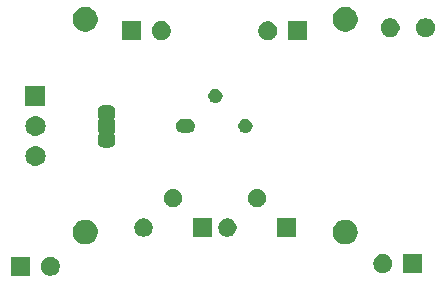
<source format=gbs>
G04 #@! TF.GenerationSoftware,KiCad,Pcbnew,5.0.2-bee76a0~70~ubuntu18.04.1*
G04 #@! TF.CreationDate,2019-12-23T12:33:55+05:30*
G04 #@! TF.ProjectId,pir_v1_0,7069725f-7631-45f3-902e-6b696361645f,rev?*
G04 #@! TF.SameCoordinates,Original*
G04 #@! TF.FileFunction,Soldermask,Bot*
G04 #@! TF.FilePolarity,Negative*
%FSLAX46Y46*%
G04 Gerber Fmt 4.6, Leading zero omitted, Abs format (unit mm)*
G04 Created by KiCad (PCBNEW 5.0.2-bee76a0~70~ubuntu18.04.1) date Mon Dec 23 12:33:55 2019*
%MOMM*%
%LPD*%
G01*
G04 APERTURE LIST*
%ADD10C,0.100000*%
G04 APERTURE END LIST*
D10*
G36*
X73608352Y-73555743D02*
X73753941Y-73616048D01*
X73884973Y-73703601D01*
X73996399Y-73815027D01*
X74083952Y-73946059D01*
X74144257Y-74091648D01*
X74175000Y-74246205D01*
X74175000Y-74403795D01*
X74144257Y-74558352D01*
X74083952Y-74703941D01*
X73996399Y-74834973D01*
X73884973Y-74946399D01*
X73753941Y-75033952D01*
X73608352Y-75094257D01*
X73453795Y-75125000D01*
X73296205Y-75125000D01*
X73141648Y-75094257D01*
X72996059Y-75033952D01*
X72865027Y-74946399D01*
X72753601Y-74834973D01*
X72666048Y-74703941D01*
X72605743Y-74558352D01*
X72575000Y-74403795D01*
X72575000Y-74246205D01*
X72605743Y-74091648D01*
X72666048Y-73946059D01*
X72753601Y-73815027D01*
X72865027Y-73703601D01*
X72996059Y-73616048D01*
X73141648Y-73555743D01*
X73296205Y-73525000D01*
X73453795Y-73525000D01*
X73608352Y-73555743D01*
X73608352Y-73555743D01*
G37*
G36*
X71675000Y-75125000D02*
X70075000Y-75125000D01*
X70075000Y-73525000D01*
X71675000Y-73525000D01*
X71675000Y-75125000D01*
X71675000Y-75125000D01*
G37*
G36*
X104825000Y-74900000D02*
X103225000Y-74900000D01*
X103225000Y-73300000D01*
X104825000Y-73300000D01*
X104825000Y-74900000D01*
X104825000Y-74900000D01*
G37*
G36*
X101758352Y-73330743D02*
X101903941Y-73391048D01*
X102034973Y-73478601D01*
X102146399Y-73590027D01*
X102233952Y-73721059D01*
X102294257Y-73866648D01*
X102325000Y-74021205D01*
X102325000Y-74178795D01*
X102294257Y-74333352D01*
X102233952Y-74478941D01*
X102146399Y-74609973D01*
X102034973Y-74721399D01*
X101903941Y-74808952D01*
X101758352Y-74869257D01*
X101603795Y-74900000D01*
X101446205Y-74900000D01*
X101291648Y-74869257D01*
X101146059Y-74808952D01*
X101015027Y-74721399D01*
X100903601Y-74609973D01*
X100816048Y-74478941D01*
X100755743Y-74333352D01*
X100725000Y-74178795D01*
X100725000Y-74021205D01*
X100755743Y-73866648D01*
X100816048Y-73721059D01*
X100903601Y-73590027D01*
X101015027Y-73478601D01*
X101146059Y-73391048D01*
X101291648Y-73330743D01*
X101446205Y-73300000D01*
X101603795Y-73300000D01*
X101758352Y-73330743D01*
X101758352Y-73330743D01*
G37*
G36*
X98475888Y-70379470D02*
X98656274Y-70415350D01*
X98847362Y-70494502D01*
X99019336Y-70609411D01*
X99165589Y-70755664D01*
X99280498Y-70927638D01*
X99359650Y-71118726D01*
X99390945Y-71276059D01*
X99400000Y-71321583D01*
X99400000Y-71528417D01*
X99396893Y-71544037D01*
X99359650Y-71731274D01*
X99280498Y-71922362D01*
X99165589Y-72094336D01*
X99019336Y-72240589D01*
X98847362Y-72355498D01*
X98656274Y-72434650D01*
X98475888Y-72470530D01*
X98453417Y-72475000D01*
X98246583Y-72475000D01*
X98224112Y-72470530D01*
X98043726Y-72434650D01*
X97852638Y-72355498D01*
X97680664Y-72240589D01*
X97534411Y-72094336D01*
X97419502Y-71922362D01*
X97340350Y-71731274D01*
X97303107Y-71544037D01*
X97300000Y-71528417D01*
X97300000Y-71321583D01*
X97309055Y-71276059D01*
X97340350Y-71118726D01*
X97419502Y-70927638D01*
X97534411Y-70755664D01*
X97680664Y-70609411D01*
X97852638Y-70494502D01*
X98043726Y-70415350D01*
X98224112Y-70379470D01*
X98246583Y-70375000D01*
X98453417Y-70375000D01*
X98475888Y-70379470D01*
X98475888Y-70379470D01*
G37*
G36*
X76475888Y-70379470D02*
X76656274Y-70415350D01*
X76847362Y-70494502D01*
X77019336Y-70609411D01*
X77165589Y-70755664D01*
X77280498Y-70927638D01*
X77359650Y-71118726D01*
X77390945Y-71276059D01*
X77400000Y-71321583D01*
X77400000Y-71528417D01*
X77396893Y-71544037D01*
X77359650Y-71731274D01*
X77280498Y-71922362D01*
X77165589Y-72094336D01*
X77019336Y-72240589D01*
X76847362Y-72355498D01*
X76656274Y-72434650D01*
X76475888Y-72470530D01*
X76453417Y-72475000D01*
X76246583Y-72475000D01*
X76224112Y-72470530D01*
X76043726Y-72434650D01*
X75852638Y-72355498D01*
X75680664Y-72240589D01*
X75534411Y-72094336D01*
X75419502Y-71922362D01*
X75340350Y-71731274D01*
X75303107Y-71544037D01*
X75300000Y-71528417D01*
X75300000Y-71321583D01*
X75309055Y-71276059D01*
X75340350Y-71118726D01*
X75419502Y-70927638D01*
X75534411Y-70755664D01*
X75680664Y-70609411D01*
X75852638Y-70494502D01*
X76043726Y-70415350D01*
X76224112Y-70379470D01*
X76246583Y-70375000D01*
X76453417Y-70375000D01*
X76475888Y-70379470D01*
X76475888Y-70379470D01*
G37*
G36*
X81501059Y-70304782D02*
X81642099Y-70363203D01*
X81769037Y-70448020D01*
X81876980Y-70555963D01*
X81961797Y-70682901D01*
X82020218Y-70823941D01*
X82050000Y-70973668D01*
X82050000Y-71126332D01*
X82020218Y-71276059D01*
X81961797Y-71417099D01*
X81876980Y-71544037D01*
X81769037Y-71651980D01*
X81642099Y-71736797D01*
X81501059Y-71795218D01*
X81351332Y-71825000D01*
X81198668Y-71825000D01*
X81048941Y-71795218D01*
X80907901Y-71736797D01*
X80780963Y-71651980D01*
X80673020Y-71544037D01*
X80588203Y-71417099D01*
X80529782Y-71276059D01*
X80500000Y-71126332D01*
X80500000Y-70973668D01*
X80529782Y-70823941D01*
X80588203Y-70682901D01*
X80673020Y-70555963D01*
X80780963Y-70448020D01*
X80907901Y-70363203D01*
X81048941Y-70304782D01*
X81198668Y-70275000D01*
X81351332Y-70275000D01*
X81501059Y-70304782D01*
X81501059Y-70304782D01*
G37*
G36*
X87050000Y-71825000D02*
X85500000Y-71825000D01*
X85500000Y-70275000D01*
X87050000Y-70275000D01*
X87050000Y-71825000D01*
X87050000Y-71825000D01*
G37*
G36*
X94150000Y-71825000D02*
X92600000Y-71825000D01*
X92600000Y-70275000D01*
X94150000Y-70275000D01*
X94150000Y-71825000D01*
X94150000Y-71825000D01*
G37*
G36*
X88601059Y-70304782D02*
X88742099Y-70363203D01*
X88869037Y-70448020D01*
X88976980Y-70555963D01*
X89061797Y-70682901D01*
X89120218Y-70823941D01*
X89150000Y-70973668D01*
X89150000Y-71126332D01*
X89120218Y-71276059D01*
X89061797Y-71417099D01*
X88976980Y-71544037D01*
X88869037Y-71651980D01*
X88742099Y-71736797D01*
X88601059Y-71795218D01*
X88451332Y-71825000D01*
X88298668Y-71825000D01*
X88148941Y-71795218D01*
X88007901Y-71736797D01*
X87880963Y-71651980D01*
X87773020Y-71544037D01*
X87688203Y-71417099D01*
X87629782Y-71276059D01*
X87600000Y-71126332D01*
X87600000Y-70973668D01*
X87629782Y-70823941D01*
X87688203Y-70682901D01*
X87773020Y-70555963D01*
X87880963Y-70448020D01*
X88007901Y-70363203D01*
X88148941Y-70304782D01*
X88298668Y-70275000D01*
X88451332Y-70275000D01*
X88601059Y-70304782D01*
X88601059Y-70304782D01*
G37*
G36*
X84001059Y-67804782D02*
X84142099Y-67863203D01*
X84269037Y-67948020D01*
X84376980Y-68055963D01*
X84461797Y-68182901D01*
X84520218Y-68323941D01*
X84550000Y-68473668D01*
X84550000Y-68626332D01*
X84520218Y-68776059D01*
X84461797Y-68917099D01*
X84376980Y-69044037D01*
X84269037Y-69151980D01*
X84142099Y-69236797D01*
X84001059Y-69295218D01*
X83851332Y-69325000D01*
X83698668Y-69325000D01*
X83548941Y-69295218D01*
X83407901Y-69236797D01*
X83280963Y-69151980D01*
X83173020Y-69044037D01*
X83088203Y-68917099D01*
X83029782Y-68776059D01*
X83000000Y-68626332D01*
X83000000Y-68473668D01*
X83029782Y-68323941D01*
X83088203Y-68182901D01*
X83173020Y-68055963D01*
X83280963Y-67948020D01*
X83407901Y-67863203D01*
X83548941Y-67804782D01*
X83698668Y-67775000D01*
X83851332Y-67775000D01*
X84001059Y-67804782D01*
X84001059Y-67804782D01*
G37*
G36*
X91101059Y-67804782D02*
X91242099Y-67863203D01*
X91369037Y-67948020D01*
X91476980Y-68055963D01*
X91561797Y-68182901D01*
X91620218Y-68323941D01*
X91650000Y-68473668D01*
X91650000Y-68626332D01*
X91620218Y-68776059D01*
X91561797Y-68917099D01*
X91476980Y-69044037D01*
X91369037Y-69151980D01*
X91242099Y-69236797D01*
X91101059Y-69295218D01*
X90951332Y-69325000D01*
X90798668Y-69325000D01*
X90648941Y-69295218D01*
X90507901Y-69236797D01*
X90380963Y-69151980D01*
X90273020Y-69044037D01*
X90188203Y-68917099D01*
X90129782Y-68776059D01*
X90100000Y-68626332D01*
X90100000Y-68473668D01*
X90129782Y-68323941D01*
X90188203Y-68182901D01*
X90273020Y-68055963D01*
X90380963Y-67948020D01*
X90507901Y-67863203D01*
X90648941Y-67804782D01*
X90798668Y-67775000D01*
X90951332Y-67775000D01*
X91101059Y-67804782D01*
X91101059Y-67804782D01*
G37*
G36*
X72291630Y-64152299D02*
X72451855Y-64200903D01*
X72599520Y-64279831D01*
X72728949Y-64386051D01*
X72835169Y-64515480D01*
X72914097Y-64663145D01*
X72962701Y-64823370D01*
X72979112Y-64990000D01*
X72962701Y-65156630D01*
X72914097Y-65316855D01*
X72835169Y-65464520D01*
X72728949Y-65593949D01*
X72599520Y-65700169D01*
X72451855Y-65779097D01*
X72291630Y-65827701D01*
X72166752Y-65840000D01*
X72083248Y-65840000D01*
X71958370Y-65827701D01*
X71798145Y-65779097D01*
X71650480Y-65700169D01*
X71521051Y-65593949D01*
X71414831Y-65464520D01*
X71335903Y-65316855D01*
X71287299Y-65156630D01*
X71270888Y-64990000D01*
X71287299Y-64823370D01*
X71335903Y-64663145D01*
X71414831Y-64515480D01*
X71521051Y-64386051D01*
X71650480Y-64279831D01*
X71798145Y-64200903D01*
X71958370Y-64152299D01*
X72083248Y-64140000D01*
X72166752Y-64140000D01*
X72291630Y-64152299D01*
X72291630Y-64152299D01*
G37*
G36*
X78412203Y-60676201D02*
X78424453Y-60676803D01*
X78442872Y-60676803D01*
X78455150Y-60678012D01*
X78539232Y-60694737D01*
X78551048Y-60698322D01*
X78630255Y-60731130D01*
X78641140Y-60736947D01*
X78712425Y-60784579D01*
X78721973Y-60792415D01*
X78782585Y-60853027D01*
X78790421Y-60862575D01*
X78838053Y-60933860D01*
X78843870Y-60944745D01*
X78876678Y-61023952D01*
X78880263Y-61035768D01*
X78896988Y-61119850D01*
X78898197Y-61132128D01*
X78898197Y-61150547D01*
X78898799Y-61162797D01*
X78900605Y-61181137D01*
X78900605Y-61718863D01*
X78900001Y-61724999D01*
X78899999Y-61725001D01*
X78893894Y-61725602D01*
X78869860Y-61730382D01*
X78847221Y-61739759D01*
X78826846Y-61753372D01*
X78809519Y-61770699D01*
X78795905Y-61791074D01*
X78786527Y-61813712D01*
X78781746Y-61837746D01*
X78781746Y-61862250D01*
X78786526Y-61886284D01*
X78795903Y-61908923D01*
X78809516Y-61929298D01*
X78826843Y-61946625D01*
X78847218Y-61960239D01*
X78869856Y-61969617D01*
X78893890Y-61974398D01*
X78900000Y-61974698D01*
X78900000Y-62975605D01*
X78881758Y-62977402D01*
X78858309Y-62984515D01*
X78836698Y-62996066D01*
X78817756Y-63011612D01*
X78802210Y-63030554D01*
X78790659Y-63052165D01*
X78783546Y-63075614D01*
X78781144Y-63100000D01*
X78783546Y-63124386D01*
X78790659Y-63147835D01*
X78802210Y-63169446D01*
X78817756Y-63188388D01*
X78836698Y-63203934D01*
X78858309Y-63215485D01*
X78881758Y-63222598D01*
X78893894Y-63224398D01*
X78899999Y-63224999D01*
X78899998Y-63224999D01*
X78900000Y-63225000D01*
X78900001Y-63225001D01*
X78900605Y-63231137D01*
X78900605Y-63768863D01*
X78898799Y-63787203D01*
X78898197Y-63799453D01*
X78898197Y-63817872D01*
X78896988Y-63830150D01*
X78880263Y-63914232D01*
X78876678Y-63926048D01*
X78843870Y-64005255D01*
X78838053Y-64016140D01*
X78790421Y-64087425D01*
X78782585Y-64096973D01*
X78721973Y-64157585D01*
X78712425Y-64165421D01*
X78641140Y-64213053D01*
X78630255Y-64218870D01*
X78551048Y-64251678D01*
X78539232Y-64255263D01*
X78455150Y-64271988D01*
X78442872Y-64273197D01*
X78424453Y-64273197D01*
X78412203Y-64273799D01*
X78393863Y-64275605D01*
X77906137Y-64275605D01*
X77887797Y-64273799D01*
X77875547Y-64273197D01*
X77857128Y-64273197D01*
X77844850Y-64271988D01*
X77760768Y-64255263D01*
X77748952Y-64251678D01*
X77669745Y-64218870D01*
X77658860Y-64213053D01*
X77587575Y-64165421D01*
X77578027Y-64157585D01*
X77517415Y-64096973D01*
X77509579Y-64087425D01*
X77461947Y-64016140D01*
X77456130Y-64005255D01*
X77423322Y-63926048D01*
X77419737Y-63914232D01*
X77403012Y-63830150D01*
X77401803Y-63817872D01*
X77401803Y-63799453D01*
X77401201Y-63787203D01*
X77399395Y-63768863D01*
X77399395Y-63231137D01*
X77399999Y-63225001D01*
X77400000Y-63225000D01*
X77400002Y-63224999D01*
X77400001Y-63224999D01*
X77406106Y-63224398D01*
X77430140Y-63219618D01*
X77452779Y-63210241D01*
X77473154Y-63196628D01*
X77490481Y-63179301D01*
X77504095Y-63158926D01*
X77513473Y-63136288D01*
X77518254Y-63112254D01*
X77518254Y-63087750D01*
X77513474Y-63063716D01*
X77504097Y-63041077D01*
X77490484Y-63020702D01*
X77473157Y-63003375D01*
X77452782Y-62989761D01*
X77430144Y-62980383D01*
X77406110Y-62975602D01*
X77400000Y-62975302D01*
X77400000Y-61974395D01*
X77418242Y-61972598D01*
X77441691Y-61965485D01*
X77463302Y-61953934D01*
X77482244Y-61938388D01*
X77497790Y-61919446D01*
X77509341Y-61897835D01*
X77516454Y-61874386D01*
X77518856Y-61850000D01*
X77516454Y-61825614D01*
X77509341Y-61802165D01*
X77497790Y-61780554D01*
X77482244Y-61761612D01*
X77463302Y-61746066D01*
X77441691Y-61734515D01*
X77418242Y-61727402D01*
X77406106Y-61725602D01*
X77400001Y-61725001D01*
X77399999Y-61724999D01*
X77399395Y-61718863D01*
X77399395Y-61181137D01*
X77401201Y-61162797D01*
X77401803Y-61150547D01*
X77401803Y-61132128D01*
X77403012Y-61119850D01*
X77419737Y-61035768D01*
X77423322Y-61023952D01*
X77456130Y-60944745D01*
X77461947Y-60933860D01*
X77509579Y-60862575D01*
X77517415Y-60853027D01*
X77578027Y-60792415D01*
X77587575Y-60784579D01*
X77658860Y-60736947D01*
X77669745Y-60731130D01*
X77748952Y-60698322D01*
X77760768Y-60694737D01*
X77844850Y-60678012D01*
X77857128Y-60676803D01*
X77875547Y-60676803D01*
X77887797Y-60676201D01*
X77906137Y-60674395D01*
X78393863Y-60674395D01*
X78412203Y-60676201D01*
X78412203Y-60676201D01*
G37*
G36*
X72291630Y-61612299D02*
X72451855Y-61660903D01*
X72599520Y-61739831D01*
X72728949Y-61846051D01*
X72835169Y-61975480D01*
X72914097Y-62123145D01*
X72962701Y-62283370D01*
X72979112Y-62450000D01*
X72962701Y-62616630D01*
X72914097Y-62776855D01*
X72835169Y-62924520D01*
X72728949Y-63053949D01*
X72599520Y-63160169D01*
X72451855Y-63239097D01*
X72291630Y-63287701D01*
X72166752Y-63300000D01*
X72083248Y-63300000D01*
X71958370Y-63287701D01*
X71798145Y-63239097D01*
X71650480Y-63160169D01*
X71521051Y-63053949D01*
X71414831Y-62924520D01*
X71335903Y-62776855D01*
X71287299Y-62616630D01*
X71270888Y-62450000D01*
X71287299Y-62283370D01*
X71335903Y-62123145D01*
X71414831Y-61975480D01*
X71521051Y-61846051D01*
X71650480Y-61739831D01*
X71798145Y-61660903D01*
X71958370Y-61612299D01*
X72083248Y-61600000D01*
X72166752Y-61600000D01*
X72291630Y-61612299D01*
X72291630Y-61612299D01*
G37*
G36*
X90022621Y-61833682D02*
X90135721Y-61867990D01*
X90239955Y-61923704D01*
X90331317Y-61998683D01*
X90406296Y-62090045D01*
X90462010Y-62194279D01*
X90496318Y-62307379D01*
X90507903Y-62425000D01*
X90496318Y-62542621D01*
X90462010Y-62655721D01*
X90406296Y-62759955D01*
X90331317Y-62851317D01*
X90239955Y-62926296D01*
X90135721Y-62982010D01*
X90022621Y-63016318D01*
X89934474Y-63025000D01*
X89875526Y-63025000D01*
X89787379Y-63016318D01*
X89674279Y-62982010D01*
X89570045Y-62926296D01*
X89478683Y-62851317D01*
X89403704Y-62759955D01*
X89347990Y-62655721D01*
X89313682Y-62542621D01*
X89302097Y-62425000D01*
X89313682Y-62307379D01*
X89347990Y-62194279D01*
X89403704Y-62090045D01*
X89478683Y-61998683D01*
X89570045Y-61923704D01*
X89674279Y-61867990D01*
X89787379Y-61833682D01*
X89875526Y-61825000D01*
X89934474Y-61825000D01*
X90022621Y-61833682D01*
X90022621Y-61833682D01*
G37*
G36*
X85142621Y-61833682D02*
X85255721Y-61867990D01*
X85359955Y-61923704D01*
X85451317Y-61998683D01*
X85526296Y-62090045D01*
X85582010Y-62194279D01*
X85616318Y-62307379D01*
X85627903Y-62425000D01*
X85616318Y-62542621D01*
X85582010Y-62655721D01*
X85526296Y-62759955D01*
X85451317Y-62851317D01*
X85359955Y-62926296D01*
X85255721Y-62982010D01*
X85142621Y-63016318D01*
X85054474Y-63025000D01*
X84595526Y-63025000D01*
X84507379Y-63016318D01*
X84394279Y-62982010D01*
X84290045Y-62926296D01*
X84198683Y-62851317D01*
X84123704Y-62759955D01*
X84067990Y-62655721D01*
X84033682Y-62542621D01*
X84022097Y-62425000D01*
X84033682Y-62307379D01*
X84067990Y-62194279D01*
X84123704Y-62090045D01*
X84198683Y-61998683D01*
X84290045Y-61923704D01*
X84394279Y-61867990D01*
X84507379Y-61833682D01*
X84595526Y-61825000D01*
X85054474Y-61825000D01*
X85142621Y-61833682D01*
X85142621Y-61833682D01*
G37*
G36*
X72975000Y-60760000D02*
X71275000Y-60760000D01*
X71275000Y-59060000D01*
X72975000Y-59060000D01*
X72975000Y-60760000D01*
X72975000Y-60760000D01*
G37*
G36*
X87482621Y-59293682D02*
X87595721Y-59327990D01*
X87699955Y-59383704D01*
X87791317Y-59458683D01*
X87866296Y-59550045D01*
X87922010Y-59654279D01*
X87956318Y-59767379D01*
X87967903Y-59885000D01*
X87956318Y-60002621D01*
X87922010Y-60115721D01*
X87866296Y-60219955D01*
X87791317Y-60311317D01*
X87699955Y-60386296D01*
X87595721Y-60442010D01*
X87482621Y-60476318D01*
X87394474Y-60485000D01*
X87335526Y-60485000D01*
X87247379Y-60476318D01*
X87134279Y-60442010D01*
X87030045Y-60386296D01*
X86938683Y-60311317D01*
X86863704Y-60219955D01*
X86807990Y-60115721D01*
X86773682Y-60002621D01*
X86762097Y-59885000D01*
X86773682Y-59767379D01*
X86807990Y-59654279D01*
X86863704Y-59550045D01*
X86938683Y-59458683D01*
X87030045Y-59383704D01*
X87134279Y-59327990D01*
X87247379Y-59293682D01*
X87335526Y-59285000D01*
X87394474Y-59285000D01*
X87482621Y-59293682D01*
X87482621Y-59293682D01*
G37*
G36*
X95100000Y-55200000D02*
X93500000Y-55200000D01*
X93500000Y-53600000D01*
X95100000Y-53600000D01*
X95100000Y-55200000D01*
X95100000Y-55200000D01*
G37*
G36*
X92033352Y-53630743D02*
X92178941Y-53691048D01*
X92309973Y-53778601D01*
X92421399Y-53890027D01*
X92508952Y-54021059D01*
X92569257Y-54166648D01*
X92600000Y-54321205D01*
X92600000Y-54478795D01*
X92569257Y-54633352D01*
X92508952Y-54778941D01*
X92421399Y-54909973D01*
X92309973Y-55021399D01*
X92178941Y-55108952D01*
X92033352Y-55169257D01*
X91878795Y-55200000D01*
X91721205Y-55200000D01*
X91566648Y-55169257D01*
X91421059Y-55108952D01*
X91290027Y-55021399D01*
X91178601Y-54909973D01*
X91091048Y-54778941D01*
X91030743Y-54633352D01*
X91000000Y-54478795D01*
X91000000Y-54321205D01*
X91030743Y-54166648D01*
X91091048Y-54021059D01*
X91178601Y-53890027D01*
X91290027Y-53778601D01*
X91421059Y-53691048D01*
X91566648Y-53630743D01*
X91721205Y-53600000D01*
X91878795Y-53600000D01*
X92033352Y-53630743D01*
X92033352Y-53630743D01*
G37*
G36*
X83008352Y-53605743D02*
X83153941Y-53666048D01*
X83284973Y-53753601D01*
X83396399Y-53865027D01*
X83483952Y-53996059D01*
X83544257Y-54141648D01*
X83575000Y-54296205D01*
X83575000Y-54453795D01*
X83544257Y-54608352D01*
X83483952Y-54753941D01*
X83396399Y-54884973D01*
X83284973Y-54996399D01*
X83153941Y-55083952D01*
X83008352Y-55144257D01*
X82853795Y-55175000D01*
X82696205Y-55175000D01*
X82541648Y-55144257D01*
X82396059Y-55083952D01*
X82265027Y-54996399D01*
X82153601Y-54884973D01*
X82066048Y-54753941D01*
X82005743Y-54608352D01*
X81975000Y-54453795D01*
X81975000Y-54296205D01*
X82005743Y-54141648D01*
X82066048Y-53996059D01*
X82153601Y-53865027D01*
X82265027Y-53753601D01*
X82396059Y-53666048D01*
X82541648Y-53605743D01*
X82696205Y-53575000D01*
X82853795Y-53575000D01*
X83008352Y-53605743D01*
X83008352Y-53605743D01*
G37*
G36*
X81075000Y-55175000D02*
X79475000Y-55175000D01*
X79475000Y-53575000D01*
X81075000Y-53575000D01*
X81075000Y-55175000D01*
X81075000Y-55175000D01*
G37*
G36*
X102383352Y-53355743D02*
X102528941Y-53416048D01*
X102659973Y-53503601D01*
X102771399Y-53615027D01*
X102858952Y-53746059D01*
X102919257Y-53891648D01*
X102950000Y-54046205D01*
X102950000Y-54203795D01*
X102919257Y-54358352D01*
X102858952Y-54503941D01*
X102771399Y-54634973D01*
X102659973Y-54746399D01*
X102528941Y-54833952D01*
X102383352Y-54894257D01*
X102228795Y-54925000D01*
X102071205Y-54925000D01*
X101916648Y-54894257D01*
X101771059Y-54833952D01*
X101640027Y-54746399D01*
X101528601Y-54634973D01*
X101441048Y-54503941D01*
X101380743Y-54358352D01*
X101350000Y-54203795D01*
X101350000Y-54046205D01*
X101380743Y-53891648D01*
X101441048Y-53746059D01*
X101528601Y-53615027D01*
X101640027Y-53503601D01*
X101771059Y-53416048D01*
X101916648Y-53355743D01*
X102071205Y-53325000D01*
X102228795Y-53325000D01*
X102383352Y-53355743D01*
X102383352Y-53355743D01*
G37*
G36*
X105383352Y-53355743D02*
X105528941Y-53416048D01*
X105659973Y-53503601D01*
X105771399Y-53615027D01*
X105858952Y-53746059D01*
X105919257Y-53891648D01*
X105950000Y-54046205D01*
X105950000Y-54203795D01*
X105919257Y-54358352D01*
X105858952Y-54503941D01*
X105771399Y-54634973D01*
X105659973Y-54746399D01*
X105528941Y-54833952D01*
X105383352Y-54894257D01*
X105228795Y-54925000D01*
X105071205Y-54925000D01*
X104916648Y-54894257D01*
X104771059Y-54833952D01*
X104640027Y-54746399D01*
X104528601Y-54634973D01*
X104441048Y-54503941D01*
X104380743Y-54358352D01*
X104350000Y-54203795D01*
X104350000Y-54046205D01*
X104380743Y-53891648D01*
X104441048Y-53746059D01*
X104528601Y-53615027D01*
X104640027Y-53503601D01*
X104771059Y-53416048D01*
X104916648Y-53355743D01*
X105071205Y-53325000D01*
X105228795Y-53325000D01*
X105383352Y-53355743D01*
X105383352Y-53355743D01*
G37*
G36*
X98475888Y-52379470D02*
X98656274Y-52415350D01*
X98847362Y-52494502D01*
X99019336Y-52609411D01*
X99165589Y-52755664D01*
X99280498Y-52927638D01*
X99359650Y-53118726D01*
X99400000Y-53321584D01*
X99400000Y-53528416D01*
X99359650Y-53731274D01*
X99280498Y-53922362D01*
X99165589Y-54094336D01*
X99019336Y-54240589D01*
X98847362Y-54355498D01*
X98656274Y-54434650D01*
X98475888Y-54470530D01*
X98453417Y-54475000D01*
X98246583Y-54475000D01*
X98224112Y-54470530D01*
X98043726Y-54434650D01*
X97852638Y-54355498D01*
X97680664Y-54240589D01*
X97534411Y-54094336D01*
X97419502Y-53922362D01*
X97340350Y-53731274D01*
X97300000Y-53528416D01*
X97300000Y-53321584D01*
X97340350Y-53118726D01*
X97419502Y-52927638D01*
X97534411Y-52755664D01*
X97680664Y-52609411D01*
X97852638Y-52494502D01*
X98043726Y-52415350D01*
X98224112Y-52379470D01*
X98246583Y-52375000D01*
X98453417Y-52375000D01*
X98475888Y-52379470D01*
X98475888Y-52379470D01*
G37*
G36*
X76475888Y-52379470D02*
X76656274Y-52415350D01*
X76847362Y-52494502D01*
X77019336Y-52609411D01*
X77165589Y-52755664D01*
X77280498Y-52927638D01*
X77359650Y-53118726D01*
X77400000Y-53321584D01*
X77400000Y-53528416D01*
X77359650Y-53731274D01*
X77280498Y-53922362D01*
X77165589Y-54094336D01*
X77019336Y-54240589D01*
X76847362Y-54355498D01*
X76656274Y-54434650D01*
X76475888Y-54470530D01*
X76453417Y-54475000D01*
X76246583Y-54475000D01*
X76224112Y-54470530D01*
X76043726Y-54434650D01*
X75852638Y-54355498D01*
X75680664Y-54240589D01*
X75534411Y-54094336D01*
X75419502Y-53922362D01*
X75340350Y-53731274D01*
X75300000Y-53528416D01*
X75300000Y-53321584D01*
X75340350Y-53118726D01*
X75419502Y-52927638D01*
X75534411Y-52755664D01*
X75680664Y-52609411D01*
X75852638Y-52494502D01*
X76043726Y-52415350D01*
X76224112Y-52379470D01*
X76246583Y-52375000D01*
X76453417Y-52375000D01*
X76475888Y-52379470D01*
X76475888Y-52379470D01*
G37*
M02*

</source>
